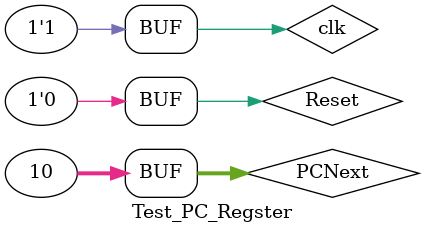
<source format=sv>
`timescale 1ns / 1ps


module Test_PC_Regster();

logic [31:0] PCNext;
logic [31:0] PC;
logic clk;
logic Reset;

PC_Register DUT(PCNext, PC, clk, Reset);

always begin
clk = 0; #5;
clk = 1; #5;
end

initial begin

Reset = 0; 
#10;
Reset = 1; #10;
Reset = 0; #10;
PCNext = 32'b01010;
#10;
end

endmodule

</source>
